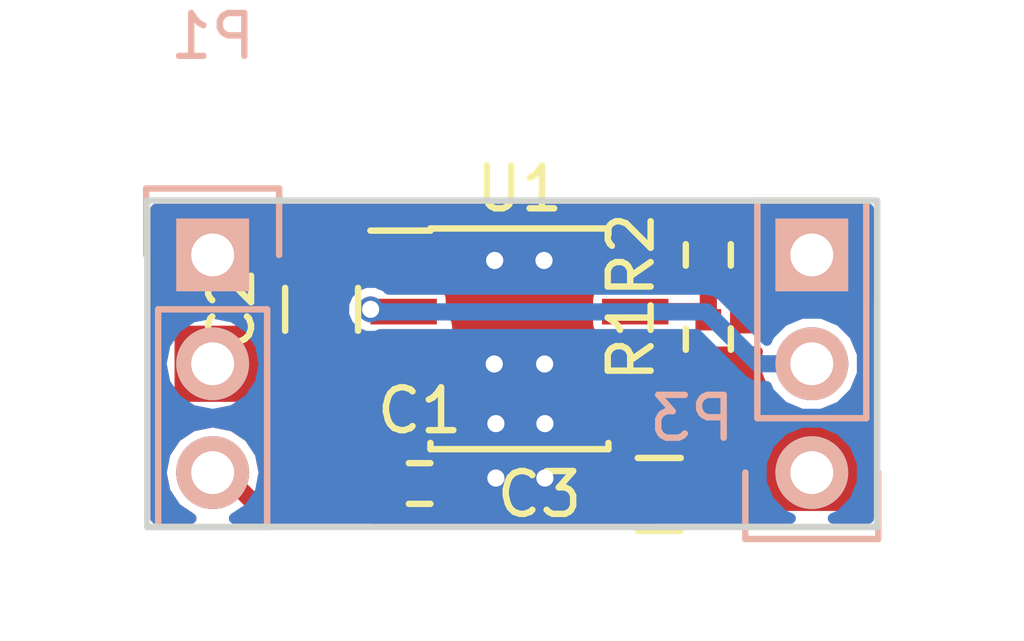
<source format=kicad_pcb>
(kicad_pcb (version 4) (host pcbnew 4.0.2-stable)

  (general
    (links 20)
    (no_connects 0)
    (area 134.798999 94.031999 151.967001 101.802001)
    (thickness 1.6)
    (drawings 4)
    (tracks 38)
    (zones 0)
    (modules 8)
    (nets 7)
  )

  (page A4)
  (layers
    (0 F.Cu signal)
    (31 B.Cu signal)
    (32 B.Adhes user)
    (33 F.Adhes user)
    (34 B.Paste user)
    (35 F.Paste user)
    (36 B.SilkS user)
    (37 F.SilkS user)
    (38 B.Mask user)
    (39 F.Mask user)
    (40 Dwgs.User user)
    (41 Cmts.User user)
    (42 Eco1.User user)
    (43 Eco2.User user)
    (44 Edge.Cuts user)
    (45 Margin user)
    (46 B.CrtYd user)
    (47 F.CrtYd user)
    (48 B.Fab user)
    (49 F.Fab user)
  )

  (setup
    (last_trace_width 0.4)
    (user_trace_width 0.4)
    (trace_clearance 0.2)
    (zone_clearance 0.3)
    (zone_45_only no)
    (trace_min 0.2)
    (segment_width 0.2)
    (edge_width 0.15)
    (via_size 0.6)
    (via_drill 0.4)
    (via_min_size 0.4)
    (via_min_drill 0.3)
    (uvia_size 0.3)
    (uvia_drill 0.1)
    (uvias_allowed no)
    (uvia_min_size 0.2)
    (uvia_min_drill 0.1)
    (pcb_text_width 0.3)
    (pcb_text_size 1.5 1.5)
    (mod_edge_width 0.15)
    (mod_text_size 1 1)
    (mod_text_width 0.15)
    (pad_size 1.7 1.7)
    (pad_drill 1)
    (pad_to_mask_clearance 0.2)
    (aux_axis_origin 134.874 94.107)
    (grid_origin 134.874 94.107)
    (visible_elements 7FFFFFFF)
    (pcbplotparams
      (layerselection 0x00030_80000001)
      (usegerberextensions false)
      (excludeedgelayer true)
      (linewidth 0.100000)
      (plotframeref false)
      (viasonmask false)
      (mode 1)
      (useauxorigin false)
      (hpglpennumber 1)
      (hpglpenspeed 20)
      (hpglpendiameter 15)
      (hpglpenoverlay 2)
      (psnegative false)
      (psa4output false)
      (plotreference true)
      (plotvalue true)
      (plotinvisibletext false)
      (padsonsilk false)
      (subtractmaskfromsilk false)
      (outputformat 1)
      (mirror false)
      (drillshape 1)
      (scaleselection 1)
      (outputdirectory ""))
  )

  (net 0 "")
  (net 1 /V5)
  (net 2 GND)
  (net 3 /BAT)
  (net 4 /VOUT)
  (net 5 /EN)
  (net 6 "Net-(R1-Pad2)")

  (net_class Default "This is the default net class."
    (clearance 0.2)
    (trace_width 0.25)
    (via_dia 0.6)
    (via_drill 0.4)
    (uvia_dia 0.3)
    (uvia_drill 0.1)
    (add_net /BAT)
    (add_net /EN)
    (add_net /V5)
    (add_net /VOUT)
    (add_net GND)
    (add_net "Net-(R1-Pad2)")
  )

  (module Capacitors_SMD:C_0402 (layer F.Cu) (tedit 582A0C8C) (tstamp 5838B3D1)
    (at 141.224 100.711)
    (descr "Capacitor SMD 0402, reflow soldering, AVX (see smccp.pdf)")
    (tags "capacitor 0402")
    (path /583695BF)
    (attr smd)
    (fp_text reference C1 (at 0 -1.7) (layer F.SilkS)
      (effects (font (size 1 1) (thickness 0.15)))
    )
    (fp_text value 1uF (at 0 1.7) (layer F.Fab)
      (effects (font (size 1 1) (thickness 0.15)))
    )
    (fp_line (start -0.5 0.25) (end -0.5 -0.25) (layer F.Fab) (width 0.15))
    (fp_line (start 0.5 0.25) (end -0.5 0.25) (layer F.Fab) (width 0.15))
    (fp_line (start 0.5 -0.25) (end 0.5 0.25) (layer F.Fab) (width 0.15))
    (fp_line (start -0.5 -0.25) (end 0.5 -0.25) (layer F.Fab) (width 0.15))
    (fp_line (start -1.05 -0.6) (end 1.05 -0.6) (layer F.CrtYd) (width 0.05))
    (fp_line (start -1.05 0.6) (end 1.05 0.6) (layer F.CrtYd) (width 0.05))
    (fp_line (start -1.05 -0.6) (end -1.05 0.6) (layer F.CrtYd) (width 0.05))
    (fp_line (start 1.05 -0.6) (end 1.05 0.6) (layer F.CrtYd) (width 0.05))
    (fp_line (start 0.25 -0.475) (end -0.25 -0.475) (layer F.SilkS) (width 0.15))
    (fp_line (start -0.25 0.475) (end 0.25 0.475) (layer F.SilkS) (width 0.15))
    (pad 1 smd rect (at -0.55 0) (size 0.5 0.5) (layers F.Cu F.Paste F.Mask)
      (net 1 /V5))
    (pad 2 smd rect (at 0.55 0) (size 0.5 0.5) (layers F.Cu F.Paste F.Mask)
      (net 2 GND))
    (model Capacitors_SMD.3dshapes/C_0402.wrl
      (at (xyz 0 0 0))
      (scale (xyz 1 1 1))
      (rotate (xyz 0 0 0))
    )
  )

  (module Capacitors_SMD:C_0805 (layer F.Cu) (tedit 5415D6EA) (tstamp 5838B3D7)
    (at 138.938 96.647 90)
    (descr "Capacitor SMD 0805, reflow soldering, AVX (see smccp.pdf)")
    (tags "capacitor 0805")
    (path /583696F4)
    (attr smd)
    (fp_text reference C2 (at 0 -2.1 90) (layer F.SilkS)
      (effects (font (size 1 1) (thickness 0.15)))
    )
    (fp_text value 22uF (at 0 2.1 90) (layer F.Fab)
      (effects (font (size 1 1) (thickness 0.15)))
    )
    (fp_line (start -1 0.625) (end -1 -0.625) (layer F.Fab) (width 0.15))
    (fp_line (start 1 0.625) (end -1 0.625) (layer F.Fab) (width 0.15))
    (fp_line (start 1 -0.625) (end 1 0.625) (layer F.Fab) (width 0.15))
    (fp_line (start -1 -0.625) (end 1 -0.625) (layer F.Fab) (width 0.15))
    (fp_line (start -1.8 -1) (end 1.8 -1) (layer F.CrtYd) (width 0.05))
    (fp_line (start -1.8 1) (end 1.8 1) (layer F.CrtYd) (width 0.05))
    (fp_line (start -1.8 -1) (end -1.8 1) (layer F.CrtYd) (width 0.05))
    (fp_line (start 1.8 -1) (end 1.8 1) (layer F.CrtYd) (width 0.05))
    (fp_line (start 0.5 -0.85) (end -0.5 -0.85) (layer F.SilkS) (width 0.15))
    (fp_line (start -0.5 0.85) (end 0.5 0.85) (layer F.SilkS) (width 0.15))
    (pad 1 smd rect (at -1 0 90) (size 1 1.25) (layers F.Cu F.Paste F.Mask)
      (net 3 /BAT))
    (pad 2 smd rect (at 1 0 90) (size 1 1.25) (layers F.Cu F.Paste F.Mask)
      (net 2 GND))
    (model Capacitors_SMD.3dshapes/C_0805.wrl
      (at (xyz 0 0 0))
      (scale (xyz 1 1 1))
      (rotate (xyz 0 0 0))
    )
  )

  (module Capacitors_SMD:C_0805 (layer F.Cu) (tedit 5415D6EA) (tstamp 5838B3DD)
    (at 146.812 100.965 180)
    (descr "Capacitor SMD 0805, reflow soldering, AVX (see smccp.pdf)")
    (tags "capacitor 0805")
    (path /58369BE5)
    (attr smd)
    (fp_text reference C3 (at 2.794 0 180) (layer F.SilkS)
      (effects (font (size 1 1) (thickness 0.15)))
    )
    (fp_text value 22uF (at 0 2.1 180) (layer F.Fab)
      (effects (font (size 1 1) (thickness 0.15)))
    )
    (fp_line (start -1 0.625) (end -1 -0.625) (layer F.Fab) (width 0.15))
    (fp_line (start 1 0.625) (end -1 0.625) (layer F.Fab) (width 0.15))
    (fp_line (start 1 -0.625) (end 1 0.625) (layer F.Fab) (width 0.15))
    (fp_line (start -1 -0.625) (end 1 -0.625) (layer F.Fab) (width 0.15))
    (fp_line (start -1.8 -1) (end 1.8 -1) (layer F.CrtYd) (width 0.05))
    (fp_line (start -1.8 1) (end 1.8 1) (layer F.CrtYd) (width 0.05))
    (fp_line (start -1.8 -1) (end -1.8 1) (layer F.CrtYd) (width 0.05))
    (fp_line (start 1.8 -1) (end 1.8 1) (layer F.CrtYd) (width 0.05))
    (fp_line (start 0.5 -0.85) (end -0.5 -0.85) (layer F.SilkS) (width 0.15))
    (fp_line (start -0.5 0.85) (end 0.5 0.85) (layer F.SilkS) (width 0.15))
    (pad 1 smd rect (at -1 0 180) (size 1 1.25) (layers F.Cu F.Paste F.Mask)
      (net 4 /VOUT))
    (pad 2 smd rect (at 1 0 180) (size 1 1.25) (layers F.Cu F.Paste F.Mask)
      (net 2 GND))
    (model Capacitors_SMD.3dshapes/C_0805.wrl
      (at (xyz 0 0 0))
      (scale (xyz 1 1 1))
      (rotate (xyz 0 0 0))
    )
  )

  (module Pin_Headers:Pin_Header_Straight_1x03 (layer B.Cu) (tedit 58379C35) (tstamp 5838B409)
    (at 150.368 100.457)
    (descr "Through hole pin header")
    (tags "pin header")
    (path /583694E2)
    (fp_text reference P3 (at -2.794 -1.27) (layer B.SilkS)
      (effects (font (size 1 1) (thickness 0.15)) (justify mirror))
    )
    (fp_text value CONN_01X01 (at 0 3.1) (layer B.Fab)
      (effects (font (size 1 1) (thickness 0.15)) (justify mirror))
    )
    (fp_line (start -1.75 1.75) (end -1.75 -6.85) (layer B.CrtYd) (width 0.05))
    (fp_line (start 1.75 1.75) (end 1.75 -6.85) (layer B.CrtYd) (width 0.05))
    (fp_line (start -1.75 1.75) (end 1.75 1.75) (layer B.CrtYd) (width 0.05))
    (fp_line (start -1.75 -6.85) (end 1.75 -6.85) (layer B.CrtYd) (width 0.05))
    (fp_line (start -1.27 -1.27) (end -1.27 -6.35) (layer B.SilkS) (width 0.15))
    (fp_line (start -1.27 -6.35) (end 1.27 -6.35) (layer B.SilkS) (width 0.15))
    (fp_line (start 1.27 -6.35) (end 1.27 -1.27) (layer B.SilkS) (width 0.15))
    (fp_line (start 1.55 1.55) (end 1.55 0) (layer B.SilkS) (width 0.15))
    (fp_line (start 1.27 -1.27) (end -1.27 -1.27) (layer B.SilkS) (width 0.15))
    (fp_line (start -1.55 0) (end -1.55 1.55) (layer B.SilkS) (width 0.15))
    (fp_line (start -1.55 1.55) (end 1.55 1.55) (layer B.SilkS) (width 0.15))
    (pad 1 thru_hole circle (at 0 0) (size 1.7 1.7) (drill 1) (layers *.Cu *.Mask B.SilkS)
      (net 4 /VOUT))
    (pad 2 thru_hole circle (at 0 -2.54) (size 1.7 1.7) (drill 1) (layers *.Cu *.Mask B.SilkS)
      (net 5 /EN))
    (pad 3 thru_hole rect (at 0 -5.08) (size 1.7 1.7) (drill 1) (layers *.Cu *.Mask B.SilkS)
      (net 2 GND))
    (model Pin_Headers.3dshapes/Pin_Header_Straight_1x03.wrl
      (at (xyz 0 -0.1 0))
      (scale (xyz 1 1 1))
      (rotate (xyz 0 0 90))
    )
  )

  (module Resistors_SMD:R_0402 (layer F.Cu) (tedit 582A0C58) (tstamp 5838B40F)
    (at 147.955 97.34 90)
    (descr "Resistor SMD 0402, reflow soldering, Vishay (see dcrcw.pdf)")
    (tags "resistor 0402")
    (path /58369C9F)
    (attr smd)
    (fp_text reference R1 (at 0 -1.8 90) (layer F.SilkS)
      (effects (font (size 1 1) (thickness 0.15)))
    )
    (fp_text value 102K (at 0 1.8 90) (layer F.Fab)
      (effects (font (size 1 1) (thickness 0.15)))
    )
    (fp_line (start -0.5 0.25) (end -0.5 -0.25) (layer F.Fab) (width 0.15))
    (fp_line (start 0.5 0.25) (end -0.5 0.25) (layer F.Fab) (width 0.15))
    (fp_line (start 0.5 -0.25) (end 0.5 0.25) (layer F.Fab) (width 0.15))
    (fp_line (start -0.5 -0.25) (end 0.5 -0.25) (layer F.Fab) (width 0.15))
    (fp_line (start -0.95 -0.65) (end 0.95 -0.65) (layer F.CrtYd) (width 0.05))
    (fp_line (start -0.95 0.65) (end 0.95 0.65) (layer F.CrtYd) (width 0.05))
    (fp_line (start -0.95 -0.65) (end -0.95 0.65) (layer F.CrtYd) (width 0.05))
    (fp_line (start 0.95 -0.65) (end 0.95 0.65) (layer F.CrtYd) (width 0.05))
    (fp_line (start 0.25 -0.525) (end -0.25 -0.525) (layer F.SilkS) (width 0.15))
    (fp_line (start -0.25 0.525) (end 0.25 0.525) (layer F.SilkS) (width 0.15))
    (pad 1 smd rect (at -0.45 0 90) (size 0.5 0.6) (layers F.Cu F.Paste F.Mask)
      (net 4 /VOUT))
    (pad 2 smd rect (at 0.45 0 90) (size 0.5 0.6) (layers F.Cu F.Paste F.Mask)
      (net 6 "Net-(R1-Pad2)"))
    (model Resistors_SMD.3dshapes/R_0402.wrl
      (at (xyz 0 0 0))
      (scale (xyz 1 1 1))
      (rotate (xyz 0 0 0))
    )
  )

  (module Resistors_SMD:R_0402 (layer F.Cu) (tedit 582A0C58) (tstamp 5838B415)
    (at 147.955 95.377 90)
    (descr "Resistor SMD 0402, reflow soldering, Vishay (see dcrcw.pdf)")
    (tags "resistor 0402")
    (path /58369BA2)
    (attr smd)
    (fp_text reference R2 (at 0 -1.8 90) (layer F.SilkS)
      (effects (font (size 1 1) (thickness 0.15)))
    )
    (fp_text value 30.1K (at 0 1.8 90) (layer F.Fab)
      (effects (font (size 1 1) (thickness 0.15)))
    )
    (fp_line (start -0.5 0.25) (end -0.5 -0.25) (layer F.Fab) (width 0.15))
    (fp_line (start 0.5 0.25) (end -0.5 0.25) (layer F.Fab) (width 0.15))
    (fp_line (start 0.5 -0.25) (end 0.5 0.25) (layer F.Fab) (width 0.15))
    (fp_line (start -0.5 -0.25) (end 0.5 -0.25) (layer F.Fab) (width 0.15))
    (fp_line (start -0.95 -0.65) (end 0.95 -0.65) (layer F.CrtYd) (width 0.05))
    (fp_line (start -0.95 0.65) (end 0.95 0.65) (layer F.CrtYd) (width 0.05))
    (fp_line (start -0.95 -0.65) (end -0.95 0.65) (layer F.CrtYd) (width 0.05))
    (fp_line (start 0.95 -0.65) (end 0.95 0.65) (layer F.CrtYd) (width 0.05))
    (fp_line (start 0.25 -0.525) (end -0.25 -0.525) (layer F.SilkS) (width 0.15))
    (fp_line (start -0.25 0.525) (end 0.25 0.525) (layer F.SilkS) (width 0.15))
    (pad 1 smd rect (at -0.45 0 90) (size 0.5 0.6) (layers F.Cu F.Paste F.Mask)
      (net 6 "Net-(R1-Pad2)"))
    (pad 2 smd rect (at 0.45 0 90) (size 0.5 0.6) (layers F.Cu F.Paste F.Mask)
      (net 2 GND))
    (model Resistors_SMD.3dshapes/R_0402.wrl
      (at (xyz 0 0 0))
      (scale (xyz 1 1 1))
      (rotate (xyz 0 0 0))
    )
  )

  (module Housings_SOIC:SOIC-8-1EP_3.9x4.9mm_Pitch1.27mm (layer F.Cu) (tedit 574D9865) (tstamp 5838B425)
    (at 143.551095 97.335)
    (descr "8-Lead Thermally Enhanced Plastic Small Outline (SE) - Narrow, 3.90 mm Body [SOIC] (see Microchip Packaging Specification 00000049BS.pdf)")
    (tags "SOIC 1.27")
    (path /58369210)
    (attr smd)
    (fp_text reference U1 (at 0 -3.5) (layer F.SilkS)
      (effects (font (size 1 1) (thickness 0.15)))
    )
    (fp_text value RT9108A/B (at 0 3.5) (layer F.Fab)
      (effects (font (size 1 1) (thickness 0.15)))
    )
    (fp_line (start -0.95 -2.45) (end 1.95 -2.45) (layer F.Fab) (width 0.15))
    (fp_line (start 1.95 -2.45) (end 1.95 2.45) (layer F.Fab) (width 0.15))
    (fp_line (start 1.95 2.45) (end -1.95 2.45) (layer F.Fab) (width 0.15))
    (fp_line (start -1.95 2.45) (end -1.95 -1.45) (layer F.Fab) (width 0.15))
    (fp_line (start -1.95 -1.45) (end -0.95 -2.45) (layer F.Fab) (width 0.15))
    (fp_line (start -3.75 -2.75) (end -3.75 2.75) (layer F.CrtYd) (width 0.05))
    (fp_line (start 3.75 -2.75) (end 3.75 2.75) (layer F.CrtYd) (width 0.05))
    (fp_line (start -3.75 -2.75) (end 3.75 -2.75) (layer F.CrtYd) (width 0.05))
    (fp_line (start -3.75 2.75) (end 3.75 2.75) (layer F.CrtYd) (width 0.05))
    (fp_line (start -2.075 -2.575) (end -2.075 -2.525) (layer F.SilkS) (width 0.15))
    (fp_line (start 2.075 -2.575) (end 2.075 -2.43) (layer F.SilkS) (width 0.15))
    (fp_line (start 2.075 2.575) (end 2.075 2.43) (layer F.SilkS) (width 0.15))
    (fp_line (start -2.075 2.575) (end -2.075 2.43) (layer F.SilkS) (width 0.15))
    (fp_line (start -2.075 -2.575) (end 2.075 -2.575) (layer F.SilkS) (width 0.15))
    (fp_line (start -2.075 2.575) (end 2.075 2.575) (layer F.SilkS) (width 0.15))
    (fp_line (start -2.075 -2.525) (end -3.475 -2.525) (layer F.SilkS) (width 0.15))
    (pad 1 smd rect (at -2.7 -1.905) (size 1.55 0.6) (layers F.Cu F.Paste F.Mask))
    (pad 2 smd rect (at -2.7 -0.635) (size 1.55 0.6) (layers F.Cu F.Paste F.Mask)
      (net 5 /EN))
    (pad 3 smd rect (at -2.7 0.635) (size 1.55 0.6) (layers F.Cu F.Paste F.Mask)
      (net 3 /BAT))
    (pad 4 smd rect (at -2.7 1.905) (size 1.55 0.6) (layers F.Cu F.Paste F.Mask)
      (net 1 /V5))
    (pad 5 smd rect (at 2.7 1.905) (size 1.55 0.6) (layers F.Cu F.Paste F.Mask))
    (pad 6 smd rect (at 2.7 0.635) (size 1.55 0.6) (layers F.Cu F.Paste F.Mask)
      (net 4 /VOUT))
    (pad 7 smd rect (at 2.7 -0.635) (size 1.55 0.6) (layers F.Cu F.Paste F.Mask)
      (net 6 "Net-(R1-Pad2)"))
    (pad 8 smd rect (at 2.7 -1.905) (size 1.55 0.6) (layers F.Cu F.Paste F.Mask)
      (net 2 GND))
    (pad 9 smd rect (at 0.5875 0.5875) (size 1.175 1.175) (layers F.Cu F.Paste F.Mask)
      (net 2 GND) (solder_paste_margin_ratio -0.2))
    (pad 9 smd rect (at 0.5875 -0.5875) (size 1.175 1.175) (layers F.Cu F.Paste F.Mask)
      (net 2 GND) (solder_paste_margin_ratio -0.2))
    (pad 9 smd rect (at -0.5875 0.5875) (size 1.175 1.175) (layers F.Cu F.Paste F.Mask)
      (net 2 GND) (solder_paste_margin_ratio -0.2))
    (pad 9 smd rect (at -0.5875 -0.5875) (size 1.175 1.175) (layers F.Cu F.Paste F.Mask)
      (net 2 GND) (solder_paste_margin_ratio -0.2))
    (model Housings_SOIC.3dshapes/SOIC-8-1EP_3.9x4.9mm_Pitch1.27mm.wrl
      (at (xyz 0 0 0))
      (scale (xyz 1 1 1))
      (rotate (xyz 0 0 0))
    )
  )

  (module Pin_Headers:Pin_Header_Straight_1x03 (layer B.Cu) (tedit 58369DC5) (tstamp 5838B58E)
    (at 136.398 95.377 180)
    (descr "Through hole pin header")
    (tags "pin header")
    (path /5836C04C)
    (fp_text reference P1 (at 0 5.1 180) (layer B.SilkS)
      (effects (font (size 1 1) (thickness 0.15)) (justify mirror))
    )
    (fp_text value CONN_01X01 (at 0 3.1 180) (layer B.Fab)
      (effects (font (size 1 1) (thickness 0.15)) (justify mirror))
    )
    (fp_line (start -1.75 1.75) (end -1.75 -6.85) (layer B.CrtYd) (width 0.05))
    (fp_line (start 1.75 1.75) (end 1.75 -6.85) (layer B.CrtYd) (width 0.05))
    (fp_line (start -1.75 1.75) (end 1.75 1.75) (layer B.CrtYd) (width 0.05))
    (fp_line (start -1.75 -6.85) (end 1.75 -6.85) (layer B.CrtYd) (width 0.05))
    (fp_line (start -1.27 -1.27) (end -1.27 -6.35) (layer B.SilkS) (width 0.15))
    (fp_line (start -1.27 -6.35) (end 1.27 -6.35) (layer B.SilkS) (width 0.15))
    (fp_line (start 1.27 -6.35) (end 1.27 -1.27) (layer B.SilkS) (width 0.15))
    (fp_line (start 1.55 1.55) (end 1.55 0) (layer B.SilkS) (width 0.15))
    (fp_line (start 1.27 -1.27) (end -1.27 -1.27) (layer B.SilkS) (width 0.15))
    (fp_line (start -1.55 0) (end -1.55 1.55) (layer B.SilkS) (width 0.15))
    (fp_line (start -1.55 1.55) (end 1.55 1.55) (layer B.SilkS) (width 0.15))
    (pad 1 thru_hole rect (at 0 0 180) (size 1.7 1.7) (drill 1) (layers *.Cu *.Mask B.SilkS)
      (net 2 GND))
    (pad 2 thru_hole oval (at 0 -2.54 180) (size 1.7 1.7) (drill 1) (layers *.Cu *.Mask B.SilkS)
      (net 3 /BAT))
    (pad 3 thru_hole oval (at 0 -5.08 180) (size 1.7 1.7) (drill 1) (layers *.Cu *.Mask B.SilkS)
      (net 1 /V5))
    (model Pin_Headers.3dshapes/Pin_Header_Straight_1x03.wrl
      (at (xyz 0 -0.1 0))
      (scale (xyz 1 1 1))
      (rotate (xyz 0 0 90))
    )
  )

  (gr_line (start 134.874 101.727) (end 134.874 94.107) (layer Edge.Cuts) (width 0.15))
  (gr_line (start 151.892 101.727) (end 134.874 101.727) (layer Edge.Cuts) (width 0.15))
  (gr_line (start 151.892 94.107) (end 151.892 101.727) (layer Edge.Cuts) (width 0.15))
  (gr_line (start 134.874 94.107) (end 151.892 94.107) (layer Edge.Cuts) (width 0.15))

  (segment (start 136.398 100.457) (end 136.652 100.457) (width 0.4) (layer F.Cu) (net 1))
  (segment (start 137.541 101.346) (end 139.539 101.346) (width 0.4) (layer F.Cu) (net 1))
  (segment (start 136.652 100.457) (end 137.541 101.346) (width 0.4) (layer F.Cu) (net 1))
  (segment (start 139.539 101.346) (end 140.174 100.711) (width 0.4) (layer F.Cu) (net 1))
  (segment (start 140.174 100.711) (end 140.674 100.711) (width 0.4) (layer F.Cu) (net 1))
  (segment (start 140.674 100.711) (end 140.674 99.417095) (width 0.4) (layer F.Cu) (net 1))
  (segment (start 140.674 99.417095) (end 140.851095 99.24) (width 0.4) (layer F.Cu) (net 1))
  (segment (start 144.138595 96.7475) (end 144.138595 95.521595) (width 0.4) (layer F.Cu) (net 2))
  (segment (start 144.138595 95.521595) (end 144.124 95.507) (width 0.4) (layer F.Cu) (net 2))
  (via (at 144.124 95.507) (size 0.6) (drill 0.4) (layers F.Cu B.Cu) (net 2))
  (segment (start 142.963595 96.7475) (end 142.963595 95.517405) (width 0.4) (layer F.Cu) (net 2))
  (segment (start 142.963595 95.517405) (end 142.974 95.507) (width 0.4) (layer F.Cu) (net 2))
  (via (at 142.974 95.507) (size 0.6) (drill 0.4) (layers F.Cu B.Cu) (net 2))
  (segment (start 144.138595 99.307595) (end 144.145 99.314) (width 0.25) (layer B.Cu) (net 2))
  (segment (start 144.138595 97.9225) (end 144.138595 99.307595) (width 0.25) (layer B.Cu) (net 2))
  (segment (start 144.145 99.441) (end 144.145 99.314) (width 0.25) (layer B.Cu) (net 2))
  (segment (start 144.145 100.584002) (end 144.145 99.441) (width 0.25) (layer B.Cu) (net 2))
  (via (at 144.145 99.314) (size 0.6) (drill 0.4) (layers F.Cu B.Cu) (net 2))
  (segment (start 142.963595 99.275595) (end 143.002 99.314) (width 0.25) (layer F.Cu) (net 2))
  (segment (start 142.963595 97.9225) (end 142.963595 99.275595) (width 0.25) (layer F.Cu) (net 2))
  (segment (start 143.002 99.441) (end 143.002 99.314) (width 0.25) (layer F.Cu) (net 2))
  (via (at 143.002 99.314) (size 0.6) (drill 0.4) (layers F.Cu B.Cu) (net 2))
  (segment (start 143.002 100.584) (end 143.002 99.441) (width 0.25) (layer F.Cu) (net 2))
  (via (at 144.145 100.584002) (size 0.6) (drill 0.4) (layers F.Cu B.Cu) (net 2))
  (via (at 143.002 100.584) (size 0.6) (drill 0.4) (layers F.Cu B.Cu) (net 2))
  (via (at 144.138595 97.9225) (size 0.6) (drill 0.4) (layers F.Cu B.Cu) (net 2))
  (via (at 142.963595 97.9225) (size 0.6) (drill 0.4) (layers F.Cu B.Cu) (net 2))
  (segment (start 140.081 96.647) (end 140.141 96.707) (width 0.4) (layer B.Cu) (net 5))
  (segment (start 140.141 96.707) (end 147.908 96.707) (width 0.4) (layer B.Cu) (net 5))
  (segment (start 149.118 97.917) (end 150.368 97.917) (width 0.4) (layer B.Cu) (net 5))
  (segment (start 147.908 96.707) (end 149.118 97.917) (width 0.4) (layer B.Cu) (net 5))
  (segment (start 140.505264 96.647) (end 140.081 96.647) (width 0.4) (layer F.Cu) (net 5))
  (segment (start 140.798095 96.647) (end 140.505264 96.647) (width 0.4) (layer F.Cu) (net 5))
  (segment (start 140.851095 96.7) (end 140.798095 96.647) (width 0.4) (layer F.Cu) (net 5))
  (via (at 140.081 96.647) (size 0.6) (drill 0.4) (layers F.Cu B.Cu) (net 5))
  (segment (start 147.955 96.89) (end 147.955 95.827) (width 0.4) (layer F.Cu) (net 6))
  (segment (start 146.251095 96.7) (end 147.765 96.7) (width 0.4) (layer F.Cu) (net 6))
  (segment (start 147.765 96.7) (end 147.955 96.89) (width 0.4) (layer F.Cu) (net 6))

  (zone (net 2) (net_name GND) (layer F.Cu) (tstamp 0) (hatch edge 0.508)
    (connect_pads yes (clearance 0))
    (min_thickness 0.254)
    (fill yes (arc_segments 16) (thermal_gap 0.508) (thermal_bridge_width 0.508))
    (polygon
      (pts
        (xy 133.858 92.837) (xy 152.908 92.837) (xy 152.908 102.997) (xy 133.858 102.997)
      )
    )
    (filled_polygon
      (pts
        (xy 151.69 96.443366) (xy 151.624 96.43) (xy 149.824 96.43) (xy 149.647639 96.468122) (xy 149.510239 96.567374)
        (xy 149.035734 97.081421) (xy 148.588406 97.084827) (xy 148.588406 96.64) (xy 148.565605 96.518821) (xy 148.493988 96.407526)
        (xy 148.482 96.399335) (xy 148.482 96.31951) (xy 148.487474 96.315988) (xy 148.562138 96.206714) (xy 148.588406 96.077)
        (xy 148.588406 95.577) (xy 148.565605 95.455821) (xy 148.493988 95.344526) (xy 148.384714 95.269862) (xy 148.255 95.243594)
        (xy 147.655 95.243594) (xy 147.533821 95.266395) (xy 147.422526 95.338012) (xy 147.347862 95.447286) (xy 147.321594 95.577)
        (xy 147.321594 96.077) (xy 147.339657 96.173) (xy 147.268605 96.173) (xy 147.265083 96.167526) (xy 147.155809 96.092862)
        (xy 147.026095 96.066594) (xy 145.476095 96.066594) (xy 145.354916 96.089395) (xy 145.243621 96.161012) (xy 145.168957 96.270286)
        (xy 145.142689 96.4) (xy 145.142689 97) (xy 145.16549 97.121179) (xy 145.200854 97.176135) (xy 145.117265 97.229923)
        (xy 145.021642 97.369873) (xy 144.988 97.536) (xy 144.988 98.679) (xy 145.017202 98.834196) (xy 145.108923 98.976735)
        (xy 145.142689 98.999806) (xy 145.142689 99.54) (xy 145.16549 99.661179) (xy 145.237107 99.772474) (xy 145.346381 99.847138)
        (xy 145.476095 99.873406) (xy 146.766 99.873406) (xy 146.766 101.525) (xy 140.10529 101.525) (xy 140.350724 101.279567)
        (xy 140.424 101.294406) (xy 140.924 101.294406) (xy 141.045179 101.271605) (xy 141.156474 101.199988) (xy 141.231138 101.090714)
        (xy 141.257406 100.961) (xy 141.257406 100.461) (xy 141.234605 100.339821) (xy 141.201 100.287598) (xy 141.201 99.873406)
        (xy 141.626095 99.873406) (xy 141.747274 99.850605) (xy 141.858569 99.778988) (xy 141.933233 99.669714) (xy 141.959501 99.54)
        (xy 141.959501 99.098997) (xy 141.994871 99.076237) (xy 142.079298 98.952674) (xy 142.109 98.806) (xy 142.109 97.028)
        (xy 142.083217 96.890977) (xy 142.002237 96.765129) (xy 141.959501 96.735929) (xy 141.959501 96.4) (xy 141.9367 96.278821)
        (xy 141.865083 96.167526) (xy 141.755809 96.092862) (xy 141.626095 96.066594) (xy 140.318214 96.066594) (xy 140.310536 96.063406)
        (xy 141.626095 96.063406) (xy 141.747274 96.040605) (xy 141.858569 95.968988) (xy 141.933233 95.859714) (xy 141.959501 95.73)
        (xy 141.959501 95.13) (xy 141.9367 95.008821) (xy 141.865083 94.897526) (xy 141.755809 94.822862) (xy 141.626095 94.796594)
        (xy 140.076095 94.796594) (xy 139.954916 94.819395) (xy 139.843621 94.891012) (xy 139.768957 95.000286) (xy 139.742689 95.13)
        (xy 139.742689 95.73) (xy 139.76549 95.851179) (xy 139.837107 95.962474) (xy 139.934589 96.029081) (xy 139.726297 96.115145)
        (xy 139.549765 96.291369) (xy 139.454109 96.521735) (xy 139.453996 96.651) (xy 135.509 96.651) (xy 135.371977 96.676783)
        (xy 135.246129 96.757763) (xy 135.161702 96.881326) (xy 135.132 97.028) (xy 135.132 98.806) (xy 135.157783 98.943023)
        (xy 135.238763 99.068871) (xy 135.362326 99.153298) (xy 135.509 99.183) (xy 139.742689 99.183) (xy 139.742689 99.54)
        (xy 139.76549 99.661179) (xy 139.837107 99.772474) (xy 139.946381 99.847138) (xy 140.076095 99.873406) (xy 140.147 99.873406)
        (xy 140.147 100.189371) (xy 139.972326 100.224115) (xy 139.801355 100.338354) (xy 139.32071 100.819) (xy 137.75929 100.819)
        (xy 137.564749 100.624459) (xy 137.598059 100.457) (xy 137.508465 100.006582) (xy 137.253324 99.624735) (xy 136.871477 99.369594)
        (xy 136.421059 99.28) (xy 136.374941 99.28) (xy 135.924523 99.369594) (xy 135.542676 99.624735) (xy 135.287535 100.006582)
        (xy 135.197941 100.457) (xy 135.287535 100.907418) (xy 135.542676 101.289265) (xy 135.89548 101.525) (xy 135.076 101.525)
        (xy 135.076 94.309) (xy 151.69 94.309)
      )
    )
  )
  (zone (net 2) (net_name GND) (layer B.Cu) (tstamp 5838B8C6) (hatch edge 0.508)
    (connect_pads yes (clearance 0))
    (min_thickness 0.254)
    (fill yes (arc_segments 16) (thermal_gap 0.508) (thermal_bridge_width 0.508))
    (polygon
      (pts
        (xy 133.858 92.837) (xy 152.908 92.837) (xy 152.908 102.997) (xy 133.858 102.997)
      )
    )
    (filled_polygon
      (pts
        (xy 151.69 101.525) (xy 150.865387 101.525) (xy 151.033846 101.455394) (xy 151.36523 101.124588) (xy 151.544795 100.692147)
        (xy 151.545204 100.223907) (xy 151.366394 99.791154) (xy 151.035588 99.45977) (xy 150.603147 99.280205) (xy 150.134907 99.279796)
        (xy 149.702154 99.458606) (xy 149.37077 99.789412) (xy 149.191205 100.221853) (xy 149.190796 100.690093) (xy 149.369606 101.122846)
        (xy 149.700412 101.45423) (xy 149.870845 101.525) (xy 136.90052 101.525) (xy 137.253324 101.289265) (xy 137.508465 100.907418)
        (xy 137.598059 100.457) (xy 137.508465 100.006582) (xy 137.253324 99.624735) (xy 136.871477 99.369594) (xy 136.421059 99.28)
        (xy 136.374941 99.28) (xy 135.924523 99.369594) (xy 135.542676 99.624735) (xy 135.287535 100.006582) (xy 135.197941 100.457)
        (xy 135.287535 100.907418) (xy 135.542676 101.289265) (xy 135.89548 101.525) (xy 135.076 101.525) (xy 135.076 97.917)
        (xy 135.197941 97.917) (xy 135.287535 98.367418) (xy 135.542676 98.749265) (xy 135.924523 99.004406) (xy 136.374941 99.094)
        (xy 136.421059 99.094) (xy 136.871477 99.004406) (xy 137.253324 98.749265) (xy 137.508465 98.367418) (xy 137.598059 97.917)
        (xy 137.508465 97.466582) (xy 137.253324 97.084735) (xy 136.871477 96.829594) (xy 136.577766 96.771171) (xy 139.453891 96.771171)
        (xy 139.549145 97.001703) (xy 139.725369 97.178235) (xy 139.955735 97.273891) (xy 140.205171 97.274109) (xy 140.302242 97.234)
        (xy 147.68971 97.234) (xy 148.745354 98.289645) (xy 148.859594 98.365978) (xy 148.916326 98.403885) (xy 149.118 98.444)
        (xy 149.312236 98.444) (xy 149.369606 98.582846) (xy 149.700412 98.91423) (xy 150.132853 99.093795) (xy 150.601093 99.094204)
        (xy 151.033846 98.915394) (xy 151.36523 98.584588) (xy 151.544795 98.152147) (xy 151.545204 97.683907) (xy 151.366394 97.251154)
        (xy 151.035588 96.91977) (xy 150.603147 96.740205) (xy 150.134907 96.739796) (xy 149.702154 96.918606) (xy 149.37077 97.249412)
        (xy 149.319405 97.373114) (xy 148.280645 96.334355) (xy 148.109675 96.220115) (xy 147.908 96.18) (xy 140.500754 96.18)
        (xy 140.436631 96.115765) (xy 140.206265 96.020109) (xy 139.956829 96.019891) (xy 139.726297 96.115145) (xy 139.549765 96.291369)
        (xy 139.454109 96.521735) (xy 139.453891 96.771171) (xy 136.577766 96.771171) (xy 136.421059 96.74) (xy 136.374941 96.74)
        (xy 135.924523 96.829594) (xy 135.542676 97.084735) (xy 135.287535 97.466582) (xy 135.197941 97.917) (xy 135.076 97.917)
        (xy 135.076 94.309) (xy 151.69 94.309)
      )
    )
  )
  (zone (net 3) (net_name /BAT) (layer F.Cu) (tstamp 0) (hatch edge 0.508)
    (priority 1)
    (connect_pads yes (clearance 0.25))
    (min_thickness 0.254)
    (fill yes (arc_segments 16) (thermal_gap 0.508) (thermal_bridge_width 0.508))
    (polygon
      (pts
        (xy 135.509 97.028) (xy 141.732 97.028) (xy 141.732 98.425) (xy 141.732 98.806) (xy 135.509 98.806)
      )
    )
    (filled_polygon
      (pts
        (xy 139.69701 97.220598) (xy 139.796682 97.261985) (xy 139.800565 97.26802) (xy 139.926548 97.354101) (xy 140.076095 97.384385)
        (xy 141.605 97.384385) (xy 141.605 98.555615) (xy 140.076095 98.555615) (xy 139.936387 98.581903) (xy 139.808075 98.66447)
        (xy 139.798147 98.679) (xy 135.636 98.679) (xy 135.636 97.155) (xy 139.631526 97.155)
      )
    )
  )
  (zone (net 4) (net_name /VOUT) (layer F.Cu) (tstamp 0) (hatch edge 0.508)
    (priority 1)
    (connect_pads yes (clearance 0.3))
    (min_thickness 0.254)
    (fill yes (arc_segments 16) (thermal_gap 0.508) (thermal_bridge_width 0.508))
    (polygon
      (pts
        (xy 145.415 97.536) (xy 149.224 97.507) (xy 149.824 96.857) (xy 151.624 96.857) (xy 151.638 101.727)
        (xy 147.193 101.727) (xy 147.193 98.679) (xy 145.415 98.679)
      )
    )
    (filled_polygon
      (pts
        (xy 149.091222 97.661875) (xy 149.090779 98.169897) (xy 149.284781 98.639417) (xy 149.643693 98.998957) (xy 150.112875 99.193778)
        (xy 150.620897 99.194221) (xy 151.090417 99.000219) (xy 151.39 98.701159) (xy 151.39 101.225) (xy 147.32 101.225)
        (xy 147.32 99.85829) (xy 147.329662 99.852073) (xy 147.427159 99.709381) (xy 147.46146 99.54) (xy 147.46146 98.94)
        (xy 147.431686 98.781763) (xy 147.338168 98.636433) (xy 147.294093 98.606318) (xy 147.281553 98.587965) (xy 147.239159 98.560685)
        (xy 147.222803 98.557608) (xy 147.195476 98.538936) (xy 147.026095 98.504635) (xy 145.542 98.504635) (xy 145.542 97.662036)
        (xy 149.102411 97.634929)
      )
    )
  )
)

</source>
